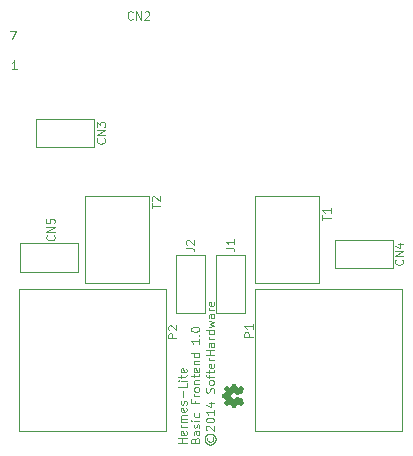
<source format=gto>
%FSLAX46Y46*%
G04 Gerber Fmt 4.6, Leading zero omitted, Abs format (unit mm)*
G04 Created by KiCad (PCBNEW (2014-08-05 BZR 5054)-product) date Sun 07 Dec 2014 10:22:46 PM PST*
%MOMM*%
G01*
G04 APERTURE LIST*
%ADD10C,0.100000*%
%ADD11C,0.002540*%
G04 APERTURE END LIST*
D10*
X25433333Y-48049999D02*
X25400000Y-48116665D01*
X25400000Y-48249999D01*
X25433333Y-48316665D01*
X25500000Y-48383332D01*
X25566667Y-48416665D01*
X25700000Y-48416665D01*
X25766667Y-48383332D01*
X25833333Y-48316665D01*
X25866667Y-48249999D01*
X25866667Y-48116665D01*
X25833333Y-48049999D01*
X25166667Y-48183332D02*
X25200000Y-48349999D01*
X25300000Y-48516665D01*
X25466667Y-48616665D01*
X25633333Y-48649999D01*
X25800000Y-48616665D01*
X25966667Y-48516665D01*
X26066667Y-48349999D01*
X26100000Y-48183332D01*
X26066667Y-48016665D01*
X25966667Y-47849999D01*
X25800000Y-47749999D01*
X25633333Y-47716665D01*
X25466667Y-47749999D01*
X25300000Y-47849999D01*
X25200000Y-48016665D01*
X25166667Y-48183332D01*
X25333333Y-47449999D02*
X25300000Y-47416665D01*
X25266667Y-47349999D01*
X25266667Y-47183332D01*
X25300000Y-47116665D01*
X25333333Y-47083332D01*
X25400000Y-47049999D01*
X25466667Y-47049999D01*
X25566667Y-47083332D01*
X25966667Y-47483332D01*
X25966667Y-47049999D01*
X25266667Y-46616665D02*
X25266667Y-46549998D01*
X25300000Y-46483332D01*
X25333333Y-46449998D01*
X25400000Y-46416665D01*
X25533333Y-46383332D01*
X25700000Y-46383332D01*
X25833333Y-46416665D01*
X25900000Y-46449998D01*
X25933333Y-46483332D01*
X25966667Y-46549998D01*
X25966667Y-46616665D01*
X25933333Y-46683332D01*
X25900000Y-46716665D01*
X25833333Y-46749998D01*
X25700000Y-46783332D01*
X25533333Y-46783332D01*
X25400000Y-46749998D01*
X25333333Y-46716665D01*
X25300000Y-46683332D01*
X25266667Y-46616665D01*
X25966667Y-45716665D02*
X25966667Y-46116665D01*
X25966667Y-45916665D02*
X25266667Y-45916665D01*
X25366667Y-45983331D01*
X25433333Y-46049998D01*
X25466667Y-46116665D01*
X25500000Y-45116664D02*
X25966667Y-45116664D01*
X25233333Y-45283331D02*
X25733333Y-45449998D01*
X25733333Y-45016664D01*
X25933333Y-44249998D02*
X25966667Y-44149998D01*
X25966667Y-43983331D01*
X25933333Y-43916664D01*
X25900000Y-43883331D01*
X25833333Y-43849998D01*
X25766667Y-43849998D01*
X25700000Y-43883331D01*
X25666667Y-43916664D01*
X25633333Y-43983331D01*
X25600000Y-44116664D01*
X25566667Y-44183331D01*
X25533333Y-44216664D01*
X25466667Y-44249998D01*
X25400000Y-44249998D01*
X25333333Y-44216664D01*
X25300000Y-44183331D01*
X25266667Y-44116664D01*
X25266667Y-43949998D01*
X25300000Y-43849998D01*
X25966667Y-43449997D02*
X25933333Y-43516664D01*
X25900000Y-43549997D01*
X25833333Y-43583331D01*
X25633333Y-43583331D01*
X25566667Y-43549997D01*
X25533333Y-43516664D01*
X25500000Y-43449997D01*
X25500000Y-43349997D01*
X25533333Y-43283331D01*
X25566667Y-43249997D01*
X25633333Y-43216664D01*
X25833333Y-43216664D01*
X25900000Y-43249997D01*
X25933333Y-43283331D01*
X25966667Y-43349997D01*
X25966667Y-43449997D01*
X25500000Y-43016664D02*
X25500000Y-42749998D01*
X25966667Y-42916664D02*
X25366667Y-42916664D01*
X25300000Y-42883331D01*
X25266667Y-42816664D01*
X25266667Y-42749998D01*
X25500000Y-42616664D02*
X25500000Y-42349998D01*
X25266667Y-42516664D02*
X25866667Y-42516664D01*
X25933333Y-42483331D01*
X25966667Y-42416664D01*
X25966667Y-42349998D01*
X25933333Y-41849998D02*
X25966667Y-41916664D01*
X25966667Y-42049998D01*
X25933333Y-42116664D01*
X25866667Y-42149998D01*
X25600000Y-42149998D01*
X25533333Y-42116664D01*
X25500000Y-42049998D01*
X25500000Y-41916664D01*
X25533333Y-41849998D01*
X25600000Y-41816664D01*
X25666667Y-41816664D01*
X25733333Y-42149998D01*
X25966667Y-41516664D02*
X25500000Y-41516664D01*
X25633333Y-41516664D02*
X25566667Y-41483331D01*
X25533333Y-41449998D01*
X25500000Y-41383331D01*
X25500000Y-41316664D01*
X25966667Y-41083331D02*
X25266667Y-41083331D01*
X25600000Y-41083331D02*
X25600000Y-40683331D01*
X25966667Y-40683331D02*
X25266667Y-40683331D01*
X25966667Y-40049998D02*
X25600000Y-40049998D01*
X25533333Y-40083332D01*
X25500000Y-40149998D01*
X25500000Y-40283332D01*
X25533333Y-40349998D01*
X25933333Y-40049998D02*
X25966667Y-40116665D01*
X25966667Y-40283332D01*
X25933333Y-40349998D01*
X25866667Y-40383332D01*
X25800000Y-40383332D01*
X25733333Y-40349998D01*
X25700000Y-40283332D01*
X25700000Y-40116665D01*
X25666667Y-40049998D01*
X25966667Y-39716665D02*
X25500000Y-39716665D01*
X25633333Y-39716665D02*
X25566667Y-39683332D01*
X25533333Y-39649999D01*
X25500000Y-39583332D01*
X25500000Y-39516665D01*
X25966667Y-38983332D02*
X25266667Y-38983332D01*
X25933333Y-38983332D02*
X25966667Y-39049999D01*
X25966667Y-39183332D01*
X25933333Y-39249999D01*
X25900000Y-39283332D01*
X25833333Y-39316666D01*
X25633333Y-39316666D01*
X25566667Y-39283332D01*
X25533333Y-39249999D01*
X25500000Y-39183332D01*
X25500000Y-39049999D01*
X25533333Y-38983332D01*
X25500000Y-38716666D02*
X25966667Y-38583333D01*
X25633333Y-38449999D01*
X25966667Y-38316666D01*
X25500000Y-38183333D01*
X25966667Y-37616666D02*
X25600000Y-37616666D01*
X25533333Y-37650000D01*
X25500000Y-37716666D01*
X25500000Y-37850000D01*
X25533333Y-37916666D01*
X25933333Y-37616666D02*
X25966667Y-37683333D01*
X25966667Y-37850000D01*
X25933333Y-37916666D01*
X25866667Y-37950000D01*
X25800000Y-37950000D01*
X25733333Y-37916666D01*
X25700000Y-37850000D01*
X25700000Y-37683333D01*
X25666667Y-37616666D01*
X25966667Y-37283333D02*
X25500000Y-37283333D01*
X25633333Y-37283333D02*
X25566667Y-37250000D01*
X25533333Y-37216667D01*
X25500000Y-37150000D01*
X25500000Y-37083333D01*
X25933333Y-36583334D02*
X25966667Y-36650000D01*
X25966667Y-36783334D01*
X25933333Y-36850000D01*
X25866667Y-36883334D01*
X25600000Y-36883334D01*
X25533333Y-36850000D01*
X25500000Y-36783334D01*
X25500000Y-36650000D01*
X25533333Y-36583334D01*
X25600000Y-36550000D01*
X25666667Y-36550000D01*
X25733333Y-36883334D01*
X23626667Y-48533333D02*
X22926667Y-48533333D01*
X23260000Y-48533333D02*
X23260000Y-48133333D01*
X23626667Y-48133333D02*
X22926667Y-48133333D01*
X23593333Y-47533334D02*
X23626667Y-47600000D01*
X23626667Y-47733334D01*
X23593333Y-47800000D01*
X23526667Y-47833334D01*
X23260000Y-47833334D01*
X23193333Y-47800000D01*
X23160000Y-47733334D01*
X23160000Y-47600000D01*
X23193333Y-47533334D01*
X23260000Y-47500000D01*
X23326667Y-47500000D01*
X23393333Y-47833334D01*
X23626667Y-47200000D02*
X23160000Y-47200000D01*
X23293333Y-47200000D02*
X23226667Y-47166667D01*
X23193333Y-47133334D01*
X23160000Y-47066667D01*
X23160000Y-47000000D01*
X23626667Y-46766667D02*
X23160000Y-46766667D01*
X23226667Y-46766667D02*
X23193333Y-46733334D01*
X23160000Y-46666667D01*
X23160000Y-46566667D01*
X23193333Y-46500001D01*
X23260000Y-46466667D01*
X23626667Y-46466667D01*
X23260000Y-46466667D02*
X23193333Y-46433334D01*
X23160000Y-46366667D01*
X23160000Y-46266667D01*
X23193333Y-46200001D01*
X23260000Y-46166667D01*
X23626667Y-46166667D01*
X23593333Y-45566668D02*
X23626667Y-45633334D01*
X23626667Y-45766668D01*
X23593333Y-45833334D01*
X23526667Y-45866668D01*
X23260000Y-45866668D01*
X23193333Y-45833334D01*
X23160000Y-45766668D01*
X23160000Y-45633334D01*
X23193333Y-45566668D01*
X23260000Y-45533334D01*
X23326667Y-45533334D01*
X23393333Y-45866668D01*
X23593333Y-45266668D02*
X23626667Y-45200001D01*
X23626667Y-45066668D01*
X23593333Y-45000001D01*
X23526667Y-44966668D01*
X23493333Y-44966668D01*
X23426667Y-45000001D01*
X23393333Y-45066668D01*
X23393333Y-45166668D01*
X23360000Y-45233334D01*
X23293333Y-45266668D01*
X23260000Y-45266668D01*
X23193333Y-45233334D01*
X23160000Y-45166668D01*
X23160000Y-45066668D01*
X23193333Y-45000001D01*
X23360000Y-44666667D02*
X23360000Y-44133334D01*
X23626667Y-43466667D02*
X23626667Y-43800000D01*
X22926667Y-43800000D01*
X23626667Y-43233333D02*
X23160000Y-43233333D01*
X22926667Y-43233333D02*
X22960000Y-43266667D01*
X22993333Y-43233333D01*
X22960000Y-43200000D01*
X22926667Y-43233333D01*
X22993333Y-43233333D01*
X23160000Y-43000000D02*
X23160000Y-42733334D01*
X22926667Y-42900000D02*
X23526667Y-42900000D01*
X23593333Y-42866667D01*
X23626667Y-42800000D01*
X23626667Y-42733334D01*
X23593333Y-42233334D02*
X23626667Y-42300000D01*
X23626667Y-42433334D01*
X23593333Y-42500000D01*
X23526667Y-42533334D01*
X23260000Y-42533334D01*
X23193333Y-42500000D01*
X23160000Y-42433334D01*
X23160000Y-42300000D01*
X23193333Y-42233334D01*
X23260000Y-42200000D01*
X23326667Y-42200000D01*
X23393333Y-42533334D01*
X24340000Y-48300000D02*
X24373333Y-48200000D01*
X24406667Y-48166667D01*
X24473333Y-48133333D01*
X24573333Y-48133333D01*
X24640000Y-48166667D01*
X24673333Y-48200000D01*
X24706667Y-48266667D01*
X24706667Y-48533333D01*
X24006667Y-48533333D01*
X24006667Y-48300000D01*
X24040000Y-48233333D01*
X24073333Y-48200000D01*
X24140000Y-48166667D01*
X24206667Y-48166667D01*
X24273333Y-48200000D01*
X24306667Y-48233333D01*
X24340000Y-48300000D01*
X24340000Y-48533333D01*
X24706667Y-47533333D02*
X24340000Y-47533333D01*
X24273333Y-47566667D01*
X24240000Y-47633333D01*
X24240000Y-47766667D01*
X24273333Y-47833333D01*
X24673333Y-47533333D02*
X24706667Y-47600000D01*
X24706667Y-47766667D01*
X24673333Y-47833333D01*
X24606667Y-47866667D01*
X24540000Y-47866667D01*
X24473333Y-47833333D01*
X24440000Y-47766667D01*
X24440000Y-47600000D01*
X24406667Y-47533333D01*
X24673333Y-47233334D02*
X24706667Y-47166667D01*
X24706667Y-47033334D01*
X24673333Y-46966667D01*
X24606667Y-46933334D01*
X24573333Y-46933334D01*
X24506667Y-46966667D01*
X24473333Y-47033334D01*
X24473333Y-47133334D01*
X24440000Y-47200000D01*
X24373333Y-47233334D01*
X24340000Y-47233334D01*
X24273333Y-47200000D01*
X24240000Y-47133334D01*
X24240000Y-47033334D01*
X24273333Y-46966667D01*
X24706667Y-46633333D02*
X24240000Y-46633333D01*
X24006667Y-46633333D02*
X24040000Y-46666667D01*
X24073333Y-46633333D01*
X24040000Y-46600000D01*
X24006667Y-46633333D01*
X24073333Y-46633333D01*
X24673333Y-46000000D02*
X24706667Y-46066667D01*
X24706667Y-46200000D01*
X24673333Y-46266667D01*
X24640000Y-46300000D01*
X24573333Y-46333334D01*
X24373333Y-46333334D01*
X24306667Y-46300000D01*
X24273333Y-46266667D01*
X24240000Y-46200000D01*
X24240000Y-46066667D01*
X24273333Y-46000000D01*
X24340000Y-44933334D02*
X24340000Y-45166667D01*
X24706667Y-45166667D02*
X24006667Y-45166667D01*
X24006667Y-44833334D01*
X24706667Y-44566667D02*
X24240000Y-44566667D01*
X24373333Y-44566667D02*
X24306667Y-44533334D01*
X24273333Y-44500001D01*
X24240000Y-44433334D01*
X24240000Y-44366667D01*
X24706667Y-44033334D02*
X24673333Y-44100001D01*
X24640000Y-44133334D01*
X24573333Y-44166668D01*
X24373333Y-44166668D01*
X24306667Y-44133334D01*
X24273333Y-44100001D01*
X24240000Y-44033334D01*
X24240000Y-43933334D01*
X24273333Y-43866668D01*
X24306667Y-43833334D01*
X24373333Y-43800001D01*
X24573333Y-43800001D01*
X24640000Y-43833334D01*
X24673333Y-43866668D01*
X24706667Y-43933334D01*
X24706667Y-44033334D01*
X24240000Y-43500001D02*
X24706667Y-43500001D01*
X24306667Y-43500001D02*
X24273333Y-43466668D01*
X24240000Y-43400001D01*
X24240000Y-43300001D01*
X24273333Y-43233335D01*
X24340000Y-43200001D01*
X24706667Y-43200001D01*
X24240000Y-42966668D02*
X24240000Y-42700002D01*
X24006667Y-42866668D02*
X24606667Y-42866668D01*
X24673333Y-42833335D01*
X24706667Y-42766668D01*
X24706667Y-42700002D01*
X24673333Y-42200002D02*
X24706667Y-42266668D01*
X24706667Y-42400002D01*
X24673333Y-42466668D01*
X24606667Y-42500002D01*
X24340000Y-42500002D01*
X24273333Y-42466668D01*
X24240000Y-42400002D01*
X24240000Y-42266668D01*
X24273333Y-42200002D01*
X24340000Y-42166668D01*
X24406667Y-42166668D01*
X24473333Y-42500002D01*
X24240000Y-41866668D02*
X24706667Y-41866668D01*
X24306667Y-41866668D02*
X24273333Y-41833335D01*
X24240000Y-41766668D01*
X24240000Y-41666668D01*
X24273333Y-41600002D01*
X24340000Y-41566668D01*
X24706667Y-41566668D01*
X24706667Y-40933335D02*
X24006667Y-40933335D01*
X24673333Y-40933335D02*
X24706667Y-41000002D01*
X24706667Y-41133335D01*
X24673333Y-41200002D01*
X24640000Y-41233335D01*
X24573333Y-41266669D01*
X24373333Y-41266669D01*
X24306667Y-41233335D01*
X24273333Y-41200002D01*
X24240000Y-41133335D01*
X24240000Y-41000002D01*
X24273333Y-40933335D01*
X24706667Y-39700003D02*
X24706667Y-40100003D01*
X24706667Y-39900003D02*
X24006667Y-39900003D01*
X24106667Y-39966669D01*
X24173333Y-40033336D01*
X24206667Y-40100003D01*
X24640000Y-39400002D02*
X24673333Y-39366669D01*
X24706667Y-39400002D01*
X24673333Y-39433336D01*
X24640000Y-39400002D01*
X24706667Y-39400002D01*
X24006667Y-38933336D02*
X24006667Y-38866669D01*
X24040000Y-38800003D01*
X24073333Y-38766669D01*
X24140000Y-38733336D01*
X24273333Y-38700003D01*
X24440000Y-38700003D01*
X24573333Y-38733336D01*
X24640000Y-38766669D01*
X24673333Y-38800003D01*
X24706667Y-38866669D01*
X24706667Y-38933336D01*
X24673333Y-39000003D01*
X24640000Y-39033336D01*
X24573333Y-39066669D01*
X24440000Y-39100003D01*
X24273333Y-39100003D01*
X24140000Y-39066669D01*
X24073333Y-39033336D01*
X24040000Y-39000003D01*
X24006667Y-38933336D01*
X29450000Y-45100000D02*
X29450000Y-35500000D01*
X29450000Y-35500000D02*
X41850000Y-35500000D01*
X41850000Y-35500000D02*
X41850000Y-47500000D01*
X41850000Y-47500000D02*
X29450000Y-47500000D01*
X29450000Y-47500000D02*
X29450000Y-45100000D01*
X9450000Y-45100000D02*
X9450000Y-35500000D01*
X9450000Y-35500000D02*
X21850000Y-35500000D01*
X21850000Y-35500000D02*
X21850000Y-47500000D01*
X21850000Y-47500000D02*
X9450000Y-47500000D01*
X9450000Y-47500000D02*
X9450000Y-45100000D01*
X26150000Y-32600000D02*
X26150000Y-37500000D01*
X26150000Y-37500000D02*
X28550000Y-37500000D01*
X28550000Y-37500000D02*
X28550000Y-32600000D01*
X28550000Y-32600000D02*
X26150000Y-32600000D01*
X22750000Y-32600000D02*
X22750000Y-37500000D01*
X22750000Y-37500000D02*
X25150000Y-37500000D01*
X25150000Y-37500000D02*
X25150000Y-32600000D01*
X25150000Y-32600000D02*
X22750000Y-32600000D01*
X29450000Y-35000000D02*
X29450000Y-27600000D01*
X29450000Y-27600000D02*
X34850000Y-27600000D01*
X34850000Y-27600000D02*
X34850000Y-35000000D01*
X34850000Y-35000000D02*
X29450000Y-35000000D01*
X15050000Y-35000000D02*
X15050000Y-27600000D01*
X15050000Y-27600000D02*
X20450000Y-27600000D01*
X20450000Y-27600000D02*
X20450000Y-35000000D01*
X20450000Y-35000000D02*
X15050000Y-35000000D01*
D11*
G36*
X28396620Y-45104520D02*
X28391540Y-45094360D01*
X28376300Y-45071500D01*
X28355980Y-45038480D01*
X28328040Y-44997840D01*
X28302640Y-44959740D01*
X28279780Y-44926720D01*
X28264540Y-44903860D01*
X28259460Y-44893700D01*
X28262000Y-44888620D01*
X28272160Y-44870840D01*
X28284860Y-44842900D01*
X28292480Y-44827660D01*
X28305180Y-44802260D01*
X28307720Y-44789560D01*
X28302640Y-44787020D01*
X28284860Y-44776860D01*
X28251840Y-44764160D01*
X28208660Y-44743840D01*
X28157860Y-44723520D01*
X28101980Y-44700660D01*
X28046100Y-44677800D01*
X27992760Y-44654940D01*
X27944500Y-44634620D01*
X27906400Y-44619380D01*
X27878460Y-44609220D01*
X27868300Y-44604140D01*
X27865760Y-44606680D01*
X27853060Y-44619380D01*
X27837820Y-44639700D01*
X27797180Y-44687960D01*
X27738760Y-44733680D01*
X27672720Y-44764160D01*
X27599060Y-44771780D01*
X27533020Y-44764160D01*
X27469520Y-44738760D01*
X27408560Y-44693040D01*
X27365380Y-44637160D01*
X27337440Y-44571120D01*
X27329820Y-44500000D01*
X27337440Y-44431420D01*
X27362840Y-44365380D01*
X27408560Y-44304420D01*
X27436500Y-44281560D01*
X27497460Y-44246000D01*
X27558420Y-44225680D01*
X27573660Y-44225680D01*
X27644780Y-44228220D01*
X27713360Y-44248540D01*
X27771780Y-44284100D01*
X27822580Y-44337440D01*
X27827660Y-44342520D01*
X27845440Y-44367920D01*
X27855600Y-44383160D01*
X27865760Y-44395860D01*
X28081660Y-44306960D01*
X28117220Y-44291720D01*
X28175640Y-44266320D01*
X28226440Y-44246000D01*
X28267080Y-44228220D01*
X28292480Y-44215520D01*
X28305180Y-44210440D01*
X28305180Y-44210440D01*
X28305180Y-44202820D01*
X28300100Y-44187580D01*
X28284860Y-44157100D01*
X28274700Y-44136780D01*
X28264540Y-44113920D01*
X28259460Y-44103760D01*
X28264540Y-44093600D01*
X28279780Y-44073280D01*
X28300100Y-44040260D01*
X28325500Y-44002160D01*
X28350900Y-43966600D01*
X28373760Y-43931040D01*
X28389000Y-43908180D01*
X28396620Y-43895480D01*
X28396620Y-43892940D01*
X28389000Y-43882780D01*
X28373760Y-43862460D01*
X28345820Y-43834520D01*
X28305180Y-43793880D01*
X28300100Y-43786260D01*
X28264540Y-43753240D01*
X28234060Y-43725300D01*
X28213740Y-43704980D01*
X28206120Y-43699900D01*
X28206120Y-43699900D01*
X28193420Y-43704980D01*
X28168020Y-43720220D01*
X28135000Y-43743080D01*
X28094360Y-43771020D01*
X27990220Y-43842140D01*
X27893700Y-43801500D01*
X27863220Y-43791340D01*
X27827660Y-43776100D01*
X27802260Y-43763400D01*
X27789560Y-43758320D01*
X27787020Y-43748160D01*
X27779400Y-43720220D01*
X27771780Y-43682120D01*
X27764160Y-43636400D01*
X27754000Y-43590680D01*
X27746380Y-43552580D01*
X27741300Y-43522100D01*
X27738760Y-43509400D01*
X27736220Y-43506860D01*
X27731140Y-43504320D01*
X27718440Y-43501780D01*
X27693040Y-43501780D01*
X27654940Y-43501780D01*
X27599060Y-43501780D01*
X27593980Y-43501780D01*
X27540640Y-43501780D01*
X27500000Y-43501780D01*
X27474600Y-43504320D01*
X27464440Y-43506860D01*
X27464440Y-43506860D01*
X27459360Y-43519560D01*
X27454280Y-43547500D01*
X27446660Y-43585600D01*
X27436500Y-43633860D01*
X27436500Y-43636400D01*
X27428880Y-43684660D01*
X27418720Y-43722760D01*
X27413640Y-43750700D01*
X27408560Y-43763400D01*
X27406020Y-43765940D01*
X27388240Y-43776100D01*
X27357760Y-43788800D01*
X27322200Y-43804040D01*
X27286640Y-43819280D01*
X27251080Y-43834520D01*
X27228220Y-43842140D01*
X27215520Y-43844680D01*
X27215520Y-43844680D01*
X27205360Y-43837060D01*
X27179960Y-43821820D01*
X27146940Y-43798960D01*
X27106300Y-43771020D01*
X27101220Y-43768480D01*
X27063120Y-43740540D01*
X27027560Y-43720220D01*
X27004700Y-43704980D01*
X26994540Y-43699900D01*
X26992000Y-43699900D01*
X26981840Y-43707520D01*
X26958980Y-43727840D01*
X26928500Y-43758320D01*
X26892940Y-43793880D01*
X26882780Y-43804040D01*
X26844680Y-43842140D01*
X26819280Y-43870080D01*
X26806580Y-43887860D01*
X26801500Y-43895480D01*
X26804040Y-43895480D01*
X26809120Y-43908180D01*
X26826900Y-43933580D01*
X26849760Y-43966600D01*
X26877700Y-44007240D01*
X26880240Y-44009780D01*
X26905640Y-44050420D01*
X26928500Y-44083440D01*
X26943740Y-44106300D01*
X26951360Y-44116460D01*
X26951360Y-44119000D01*
X26946280Y-44134240D01*
X26936120Y-44164720D01*
X26923420Y-44197740D01*
X26908180Y-44235840D01*
X26892940Y-44268860D01*
X26882780Y-44294260D01*
X26875160Y-44306960D01*
X26875160Y-44306960D01*
X26859920Y-44312040D01*
X26829440Y-44317120D01*
X26788800Y-44327280D01*
X26740540Y-44334900D01*
X26732920Y-44337440D01*
X26684660Y-44345060D01*
X26646560Y-44352680D01*
X26618620Y-44360300D01*
X26605920Y-44362840D01*
X26605920Y-44367920D01*
X26603380Y-44393320D01*
X26603380Y-44428880D01*
X26603380Y-44472060D01*
X26603380Y-44515240D01*
X26603380Y-44558420D01*
X26605920Y-44596520D01*
X26605920Y-44621920D01*
X26608460Y-44634620D01*
X26611000Y-44634620D01*
X26623700Y-44639700D01*
X26654180Y-44644780D01*
X26694820Y-44654940D01*
X26745620Y-44662560D01*
X26753240Y-44665100D01*
X26801500Y-44672720D01*
X26839600Y-44682880D01*
X26867540Y-44687960D01*
X26877700Y-44690500D01*
X26880240Y-44695580D01*
X26887860Y-44713360D01*
X26900560Y-44746380D01*
X26918340Y-44787020D01*
X26953900Y-44878460D01*
X26877700Y-44990220D01*
X26870080Y-45000380D01*
X26842140Y-45041020D01*
X26821820Y-45074040D01*
X26806580Y-45096900D01*
X26801500Y-45107060D01*
X26801500Y-45107060D01*
X26811660Y-45117220D01*
X26831980Y-45140080D01*
X26862460Y-45170560D01*
X26895480Y-45206120D01*
X26923420Y-45231520D01*
X26953900Y-45262000D01*
X26974220Y-45282320D01*
X26989460Y-45292480D01*
X26997080Y-45297560D01*
X27002160Y-45295020D01*
X27014860Y-45289940D01*
X27037720Y-45272160D01*
X27073280Y-45249300D01*
X27111380Y-45221360D01*
X27146940Y-45198500D01*
X27182500Y-45175640D01*
X27210440Y-45160400D01*
X27223140Y-45152780D01*
X27228220Y-45155320D01*
X27251080Y-45162940D01*
X27284100Y-45175640D01*
X27324740Y-45193420D01*
X27413640Y-45231520D01*
X27423800Y-45289940D01*
X27431420Y-45325500D01*
X27439040Y-45376300D01*
X27449200Y-45422020D01*
X27464440Y-45495680D01*
X27731140Y-45498220D01*
X27736220Y-45488060D01*
X27741300Y-45475360D01*
X27746380Y-45449960D01*
X27754000Y-45409320D01*
X27761620Y-45363600D01*
X27769240Y-45325500D01*
X27776860Y-45284860D01*
X27781940Y-45256920D01*
X27784480Y-45244220D01*
X27789560Y-45241680D01*
X27809880Y-45231520D01*
X27840360Y-45216280D01*
X27875920Y-45201040D01*
X27914020Y-45185800D01*
X27949580Y-45173100D01*
X27974980Y-45162940D01*
X27990220Y-45157860D01*
X28000380Y-45162940D01*
X28023240Y-45178180D01*
X28056260Y-45201040D01*
X28094360Y-45226440D01*
X28135000Y-45254380D01*
X28168020Y-45277240D01*
X28193420Y-45292480D01*
X28203580Y-45300100D01*
X28211200Y-45295020D01*
X28228980Y-45279780D01*
X28259460Y-45251840D01*
X28305180Y-45206120D01*
X28310260Y-45198500D01*
X28345820Y-45165480D01*
X28371220Y-45135000D01*
X28391540Y-45114680D01*
X28396620Y-45104520D01*
X28396620Y-45104520D01*
G37*
X28396620Y-45104520D02*
X28391540Y-45094360D01*
X28376300Y-45071500D01*
X28355980Y-45038480D01*
X28328040Y-44997840D01*
X28302640Y-44959740D01*
X28279780Y-44926720D01*
X28264540Y-44903860D01*
X28259460Y-44893700D01*
X28262000Y-44888620D01*
X28272160Y-44870840D01*
X28284860Y-44842900D01*
X28292480Y-44827660D01*
X28305180Y-44802260D01*
X28307720Y-44789560D01*
X28302640Y-44787020D01*
X28284860Y-44776860D01*
X28251840Y-44764160D01*
X28208660Y-44743840D01*
X28157860Y-44723520D01*
X28101980Y-44700660D01*
X28046100Y-44677800D01*
X27992760Y-44654940D01*
X27944500Y-44634620D01*
X27906400Y-44619380D01*
X27878460Y-44609220D01*
X27868300Y-44604140D01*
X27865760Y-44606680D01*
X27853060Y-44619380D01*
X27837820Y-44639700D01*
X27797180Y-44687960D01*
X27738760Y-44733680D01*
X27672720Y-44764160D01*
X27599060Y-44771780D01*
X27533020Y-44764160D01*
X27469520Y-44738760D01*
X27408560Y-44693040D01*
X27365380Y-44637160D01*
X27337440Y-44571120D01*
X27329820Y-44500000D01*
X27337440Y-44431420D01*
X27362840Y-44365380D01*
X27408560Y-44304420D01*
X27436500Y-44281560D01*
X27497460Y-44246000D01*
X27558420Y-44225680D01*
X27573660Y-44225680D01*
X27644780Y-44228220D01*
X27713360Y-44248540D01*
X27771780Y-44284100D01*
X27822580Y-44337440D01*
X27827660Y-44342520D01*
X27845440Y-44367920D01*
X27855600Y-44383160D01*
X27865760Y-44395860D01*
X28081660Y-44306960D01*
X28117220Y-44291720D01*
X28175640Y-44266320D01*
X28226440Y-44246000D01*
X28267080Y-44228220D01*
X28292480Y-44215520D01*
X28305180Y-44210440D01*
X28305180Y-44210440D01*
X28305180Y-44202820D01*
X28300100Y-44187580D01*
X28284860Y-44157100D01*
X28274700Y-44136780D01*
X28264540Y-44113920D01*
X28259460Y-44103760D01*
X28264540Y-44093600D01*
X28279780Y-44073280D01*
X28300100Y-44040260D01*
X28325500Y-44002160D01*
X28350900Y-43966600D01*
X28373760Y-43931040D01*
X28389000Y-43908180D01*
X28396620Y-43895480D01*
X28396620Y-43892940D01*
X28389000Y-43882780D01*
X28373760Y-43862460D01*
X28345820Y-43834520D01*
X28305180Y-43793880D01*
X28300100Y-43786260D01*
X28264540Y-43753240D01*
X28234060Y-43725300D01*
X28213740Y-43704980D01*
X28206120Y-43699900D01*
X28206120Y-43699900D01*
X28193420Y-43704980D01*
X28168020Y-43720220D01*
X28135000Y-43743080D01*
X28094360Y-43771020D01*
X27990220Y-43842140D01*
X27893700Y-43801500D01*
X27863220Y-43791340D01*
X27827660Y-43776100D01*
X27802260Y-43763400D01*
X27789560Y-43758320D01*
X27787020Y-43748160D01*
X27779400Y-43720220D01*
X27771780Y-43682120D01*
X27764160Y-43636400D01*
X27754000Y-43590680D01*
X27746380Y-43552580D01*
X27741300Y-43522100D01*
X27738760Y-43509400D01*
X27736220Y-43506860D01*
X27731140Y-43504320D01*
X27718440Y-43501780D01*
X27693040Y-43501780D01*
X27654940Y-43501780D01*
X27599060Y-43501780D01*
X27593980Y-43501780D01*
X27540640Y-43501780D01*
X27500000Y-43501780D01*
X27474600Y-43504320D01*
X27464440Y-43506860D01*
X27464440Y-43506860D01*
X27459360Y-43519560D01*
X27454280Y-43547500D01*
X27446660Y-43585600D01*
X27436500Y-43633860D01*
X27436500Y-43636400D01*
X27428880Y-43684660D01*
X27418720Y-43722760D01*
X27413640Y-43750700D01*
X27408560Y-43763400D01*
X27406020Y-43765940D01*
X27388240Y-43776100D01*
X27357760Y-43788800D01*
X27322200Y-43804040D01*
X27286640Y-43819280D01*
X27251080Y-43834520D01*
X27228220Y-43842140D01*
X27215520Y-43844680D01*
X27215520Y-43844680D01*
X27205360Y-43837060D01*
X27179960Y-43821820D01*
X27146940Y-43798960D01*
X27106300Y-43771020D01*
X27101220Y-43768480D01*
X27063120Y-43740540D01*
X27027560Y-43720220D01*
X27004700Y-43704980D01*
X26994540Y-43699900D01*
X26992000Y-43699900D01*
X26981840Y-43707520D01*
X26958980Y-43727840D01*
X26928500Y-43758320D01*
X26892940Y-43793880D01*
X26882780Y-43804040D01*
X26844680Y-43842140D01*
X26819280Y-43870080D01*
X26806580Y-43887860D01*
X26801500Y-43895480D01*
X26804040Y-43895480D01*
X26809120Y-43908180D01*
X26826900Y-43933580D01*
X26849760Y-43966600D01*
X26877700Y-44007240D01*
X26880240Y-44009780D01*
X26905640Y-44050420D01*
X26928500Y-44083440D01*
X26943740Y-44106300D01*
X26951360Y-44116460D01*
X26951360Y-44119000D01*
X26946280Y-44134240D01*
X26936120Y-44164720D01*
X26923420Y-44197740D01*
X26908180Y-44235840D01*
X26892940Y-44268860D01*
X26882780Y-44294260D01*
X26875160Y-44306960D01*
X26875160Y-44306960D01*
X26859920Y-44312040D01*
X26829440Y-44317120D01*
X26788800Y-44327280D01*
X26740540Y-44334900D01*
X26732920Y-44337440D01*
X26684660Y-44345060D01*
X26646560Y-44352680D01*
X26618620Y-44360300D01*
X26605920Y-44362840D01*
X26605920Y-44367920D01*
X26603380Y-44393320D01*
X26603380Y-44428880D01*
X26603380Y-44472060D01*
X26603380Y-44515240D01*
X26603380Y-44558420D01*
X26605920Y-44596520D01*
X26605920Y-44621920D01*
X26608460Y-44634620D01*
X26611000Y-44634620D01*
X26623700Y-44639700D01*
X26654180Y-44644780D01*
X26694820Y-44654940D01*
X26745620Y-44662560D01*
X26753240Y-44665100D01*
X26801500Y-44672720D01*
X26839600Y-44682880D01*
X26867540Y-44687960D01*
X26877700Y-44690500D01*
X26880240Y-44695580D01*
X26887860Y-44713360D01*
X26900560Y-44746380D01*
X26918340Y-44787020D01*
X26953900Y-44878460D01*
X26877700Y-44990220D01*
X26870080Y-45000380D01*
X26842140Y-45041020D01*
X26821820Y-45074040D01*
X26806580Y-45096900D01*
X26801500Y-45107060D01*
X26801500Y-45107060D01*
X26811660Y-45117220D01*
X26831980Y-45140080D01*
X26862460Y-45170560D01*
X26895480Y-45206120D01*
X26923420Y-45231520D01*
X26953900Y-45262000D01*
X26974220Y-45282320D01*
X26989460Y-45292480D01*
X26997080Y-45297560D01*
X27002160Y-45295020D01*
X27014860Y-45289940D01*
X27037720Y-45272160D01*
X27073280Y-45249300D01*
X27111380Y-45221360D01*
X27146940Y-45198500D01*
X27182500Y-45175640D01*
X27210440Y-45160400D01*
X27223140Y-45152780D01*
X27228220Y-45155320D01*
X27251080Y-45162940D01*
X27284100Y-45175640D01*
X27324740Y-45193420D01*
X27413640Y-45231520D01*
X27423800Y-45289940D01*
X27431420Y-45325500D01*
X27439040Y-45376300D01*
X27449200Y-45422020D01*
X27464440Y-45495680D01*
X27731140Y-45498220D01*
X27736220Y-45488060D01*
X27741300Y-45475360D01*
X27746380Y-45449960D01*
X27754000Y-45409320D01*
X27761620Y-45363600D01*
X27769240Y-45325500D01*
X27776860Y-45284860D01*
X27781940Y-45256920D01*
X27784480Y-45244220D01*
X27789560Y-45241680D01*
X27809880Y-45231520D01*
X27840360Y-45216280D01*
X27875920Y-45201040D01*
X27914020Y-45185800D01*
X27949580Y-45173100D01*
X27974980Y-45162940D01*
X27990220Y-45157860D01*
X28000380Y-45162940D01*
X28023240Y-45178180D01*
X28056260Y-45201040D01*
X28094360Y-45226440D01*
X28135000Y-45254380D01*
X28168020Y-45277240D01*
X28193420Y-45292480D01*
X28203580Y-45300100D01*
X28211200Y-45295020D01*
X28228980Y-45279780D01*
X28259460Y-45251840D01*
X28305180Y-45206120D01*
X28310260Y-45198500D01*
X28345820Y-45165480D01*
X28371220Y-45135000D01*
X28391540Y-45114680D01*
X28396620Y-45104520D01*
D10*
X15800000Y-21050000D02*
X10900000Y-21050000D01*
X10900000Y-21050000D02*
X10900000Y-23450000D01*
X10900000Y-23450000D02*
X15800000Y-23450000D01*
X15800000Y-23450000D02*
X15800000Y-21050000D01*
X36200000Y-33700000D02*
X41100000Y-33700000D01*
X41100000Y-33700000D02*
X41100000Y-31300000D01*
X41100000Y-31300000D02*
X36200000Y-31300000D01*
X36200000Y-31300000D02*
X36200000Y-33700000D01*
X9550000Y-34000000D02*
X14450000Y-34000000D01*
X14450000Y-34000000D02*
X14450000Y-31600000D01*
X14450000Y-31600000D02*
X9550000Y-31600000D01*
X9550000Y-31600000D02*
X9550000Y-34000000D01*
X29216667Y-39516666D02*
X28516667Y-39516666D01*
X28516667Y-39250000D01*
X28550000Y-39183333D01*
X28583333Y-39150000D01*
X28650000Y-39116666D01*
X28750000Y-39116666D01*
X28816667Y-39150000D01*
X28850000Y-39183333D01*
X28883333Y-39250000D01*
X28883333Y-39516666D01*
X29216667Y-38450000D02*
X29216667Y-38850000D01*
X29216667Y-38650000D02*
X28516667Y-38650000D01*
X28616667Y-38716666D01*
X28683333Y-38783333D01*
X28716667Y-38850000D01*
X22766667Y-39616666D02*
X22066667Y-39616666D01*
X22066667Y-39350000D01*
X22100000Y-39283333D01*
X22133333Y-39250000D01*
X22200000Y-39216666D01*
X22300000Y-39216666D01*
X22366667Y-39250000D01*
X22400000Y-39283333D01*
X22433333Y-39350000D01*
X22433333Y-39616666D01*
X22133333Y-38950000D02*
X22100000Y-38916666D01*
X22066667Y-38850000D01*
X22066667Y-38683333D01*
X22100000Y-38616666D01*
X22133333Y-38583333D01*
X22200000Y-38550000D01*
X22266667Y-38550000D01*
X22366667Y-38583333D01*
X22766667Y-38983333D01*
X22766667Y-38550000D01*
X26966667Y-31983333D02*
X27466667Y-31983333D01*
X27566667Y-32016667D01*
X27633333Y-32083333D01*
X27666667Y-32183333D01*
X27666667Y-32250000D01*
X27666667Y-31283334D02*
X27666667Y-31683334D01*
X27666667Y-31483334D02*
X26966667Y-31483334D01*
X27066667Y-31550000D01*
X27133333Y-31616667D01*
X27166667Y-31683334D01*
X23566667Y-32033333D02*
X24066667Y-32033333D01*
X24166667Y-32066667D01*
X24233333Y-32133333D01*
X24266667Y-32233333D01*
X24266667Y-32300000D01*
X23633333Y-31733334D02*
X23600000Y-31700000D01*
X23566667Y-31633334D01*
X23566667Y-31466667D01*
X23600000Y-31400000D01*
X23633333Y-31366667D01*
X23700000Y-31333334D01*
X23766667Y-31333334D01*
X23866667Y-31366667D01*
X24266667Y-31766667D01*
X24266667Y-31333334D01*
X35116667Y-29633333D02*
X35116667Y-29233333D01*
X35816667Y-29433333D02*
X35116667Y-29433333D01*
X35816667Y-28633334D02*
X35816667Y-29033334D01*
X35816667Y-28833334D02*
X35116667Y-28833334D01*
X35216667Y-28900000D01*
X35283333Y-28966667D01*
X35316667Y-29033334D01*
X20666667Y-28633333D02*
X20666667Y-28233333D01*
X21366667Y-28433333D02*
X20666667Y-28433333D01*
X20733333Y-28033334D02*
X20700000Y-28000000D01*
X20666667Y-27933334D01*
X20666667Y-27766667D01*
X20700000Y-27700000D01*
X20733333Y-27666667D01*
X20800000Y-27633334D01*
X20866667Y-27633334D01*
X20966667Y-27666667D01*
X21366667Y-28066667D01*
X21366667Y-27633334D01*
X19066667Y-12600000D02*
X19033333Y-12633333D01*
X18933333Y-12666667D01*
X18866667Y-12666667D01*
X18766667Y-12633333D01*
X18700000Y-12566667D01*
X18666667Y-12500000D01*
X18633333Y-12366667D01*
X18633333Y-12266667D01*
X18666667Y-12133333D01*
X18700000Y-12066667D01*
X18766667Y-12000000D01*
X18866667Y-11966667D01*
X18933333Y-11966667D01*
X19033333Y-12000000D01*
X19066667Y-12033333D01*
X19366667Y-12666667D02*
X19366667Y-11966667D01*
X19766667Y-12666667D01*
X19766667Y-11966667D01*
X20066666Y-12033333D02*
X20100000Y-12000000D01*
X20166666Y-11966667D01*
X20333333Y-11966667D01*
X20400000Y-12000000D01*
X20433333Y-12033333D01*
X20466666Y-12100000D01*
X20466666Y-12166667D01*
X20433333Y-12266667D01*
X20033333Y-12666667D01*
X20466666Y-12666667D01*
X8716667Y-13616667D02*
X9183334Y-13616667D01*
X8883334Y-14316667D01*
X9250000Y-16816667D02*
X8850000Y-16816667D01*
X9050000Y-16816667D02*
X9050000Y-16116667D01*
X8983334Y-16216667D01*
X8916667Y-16283333D01*
X8850000Y-16316667D01*
X16650000Y-22733333D02*
X16683333Y-22766667D01*
X16716667Y-22866667D01*
X16716667Y-22933333D01*
X16683333Y-23033333D01*
X16616667Y-23100000D01*
X16550000Y-23133333D01*
X16416667Y-23166667D01*
X16316667Y-23166667D01*
X16183333Y-23133333D01*
X16116667Y-23100000D01*
X16050000Y-23033333D01*
X16016667Y-22933333D01*
X16016667Y-22866667D01*
X16050000Y-22766667D01*
X16083333Y-22733333D01*
X16716667Y-22433333D02*
X16016667Y-22433333D01*
X16716667Y-22033333D01*
X16016667Y-22033333D01*
X16016667Y-21766667D02*
X16016667Y-21333334D01*
X16283333Y-21566667D01*
X16283333Y-21466667D01*
X16316667Y-21400000D01*
X16350000Y-21366667D01*
X16416667Y-21333334D01*
X16583333Y-21333334D01*
X16650000Y-21366667D01*
X16683333Y-21400000D01*
X16716667Y-21466667D01*
X16716667Y-21666667D01*
X16683333Y-21733334D01*
X16650000Y-21766667D01*
X41900000Y-32983333D02*
X41933333Y-33016667D01*
X41966667Y-33116667D01*
X41966667Y-33183333D01*
X41933333Y-33283333D01*
X41866667Y-33350000D01*
X41800000Y-33383333D01*
X41666667Y-33416667D01*
X41566667Y-33416667D01*
X41433333Y-33383333D01*
X41366667Y-33350000D01*
X41300000Y-33283333D01*
X41266667Y-33183333D01*
X41266667Y-33116667D01*
X41300000Y-33016667D01*
X41333333Y-32983333D01*
X41966667Y-32683333D02*
X41266667Y-32683333D01*
X41966667Y-32283333D01*
X41266667Y-32283333D01*
X41500000Y-31650000D02*
X41966667Y-31650000D01*
X41233333Y-31816667D02*
X41733333Y-31983334D01*
X41733333Y-31550000D01*
X12400000Y-30933333D02*
X12433333Y-30966667D01*
X12466667Y-31066667D01*
X12466667Y-31133333D01*
X12433333Y-31233333D01*
X12366667Y-31300000D01*
X12300000Y-31333333D01*
X12166667Y-31366667D01*
X12066667Y-31366667D01*
X11933333Y-31333333D01*
X11866667Y-31300000D01*
X11800000Y-31233333D01*
X11766667Y-31133333D01*
X11766667Y-31066667D01*
X11800000Y-30966667D01*
X11833333Y-30933333D01*
X12466667Y-30633333D02*
X11766667Y-30633333D01*
X12466667Y-30233333D01*
X11766667Y-30233333D01*
X11766667Y-29566667D02*
X11766667Y-29900000D01*
X12100000Y-29933334D01*
X12066667Y-29900000D01*
X12033333Y-29833334D01*
X12033333Y-29666667D01*
X12066667Y-29600000D01*
X12100000Y-29566667D01*
X12166667Y-29533334D01*
X12333333Y-29533334D01*
X12400000Y-29566667D01*
X12433333Y-29600000D01*
X12466667Y-29666667D01*
X12466667Y-29833334D01*
X12433333Y-29900000D01*
X12400000Y-29933334D01*
M02*

</source>
